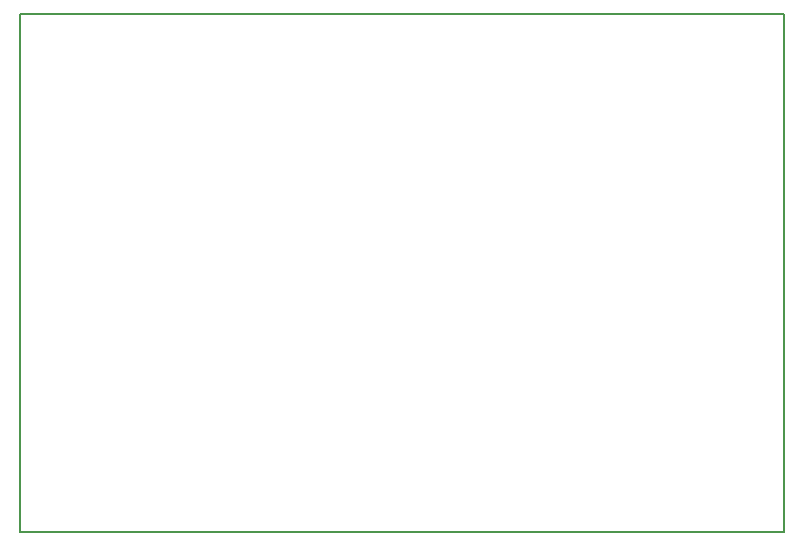
<source format=gm1>
G04 MADE WITH FRITZING*
G04 WWW.FRITZING.ORG*
G04 DOUBLE SIDED*
G04 HOLES PLATED*
G04 CONTOUR ON CENTER OF CONTOUR VECTOR*
%ASAXBY*%
%FSLAX23Y23*%
%MOIN*%
%OFA0B0*%
%SFA1.0B1.0*%
%ADD10R,2.554600X1.732690*%
%ADD11C,0.008000*%
%ADD10C,0.008*%
%LNCONTOUR*%
G90*
G70*
G54D10*
G54D11*
X4Y1729D02*
X2551Y1729D01*
X2551Y4D01*
X4Y4D01*
X4Y1729D01*
D02*
G04 End of contour*
M02*
</source>
